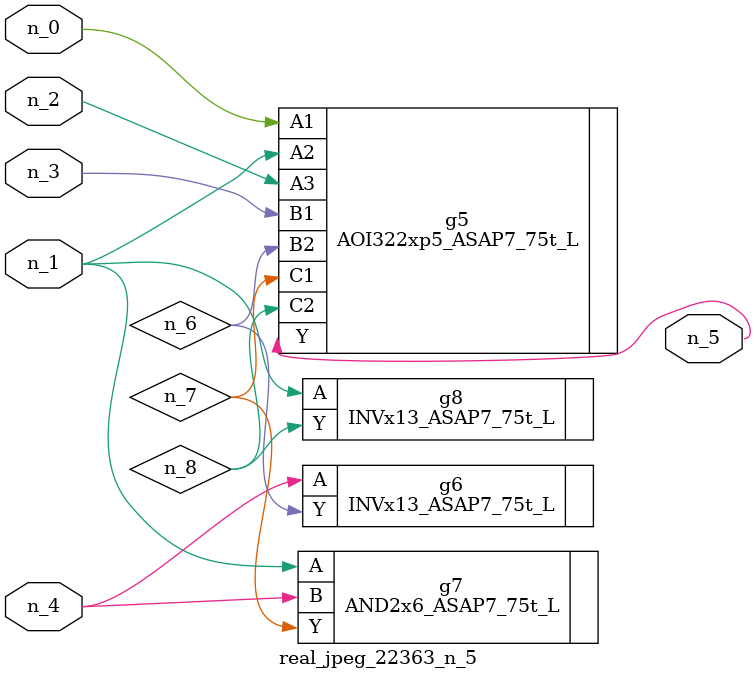
<source format=v>
module real_jpeg_22363_n_5 (n_4, n_0, n_1, n_2, n_3, n_5);

input n_4;
input n_0;
input n_1;
input n_2;
input n_3;

output n_5;

wire n_8;
wire n_6;
wire n_7;

AOI322xp5_ASAP7_75t_L g5 ( 
.A1(n_0),
.A2(n_1),
.A3(n_2),
.B1(n_3),
.B2(n_6),
.C1(n_7),
.C2(n_8),
.Y(n_5)
);

AND2x6_ASAP7_75t_L g7 ( 
.A(n_1),
.B(n_4),
.Y(n_7)
);

INVx13_ASAP7_75t_L g8 ( 
.A(n_1),
.Y(n_8)
);

INVx13_ASAP7_75t_L g6 ( 
.A(n_4),
.Y(n_6)
);


endmodule
</source>
